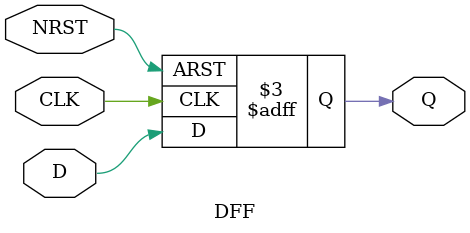
<source format=v>
`timescale 1ns / 1ps


module DFF(
    output Q,
    input  D,
    input NRST,
    input CLK
    );

    reg Q;


    always @(posedge CLK, negedge NRST)
    begin
        if (~NRST)
            Q <= 1'b0;
        else 
            Q <= D; 
    end     
endmodule

</source>
